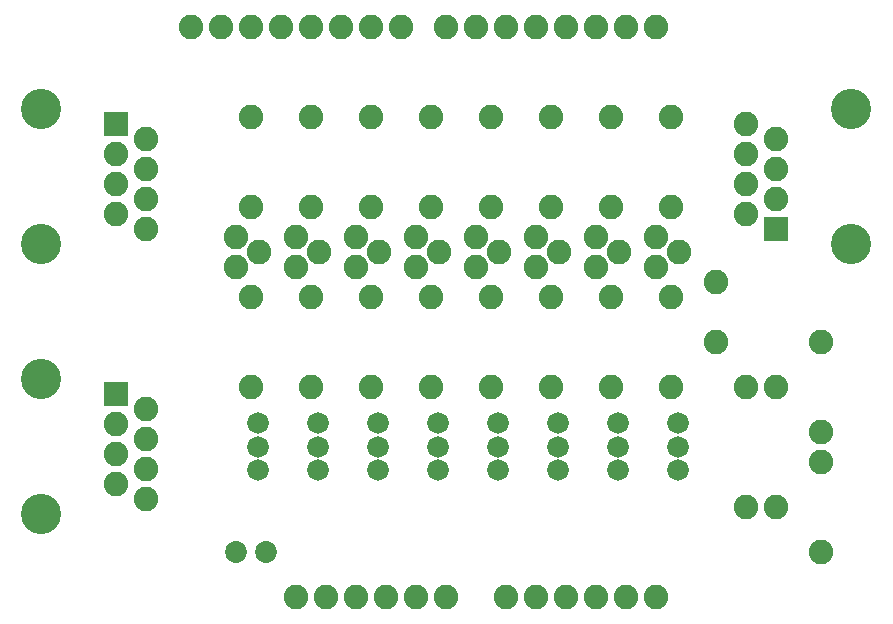
<source format=gbs>
G75*
G70*
%OFA0B0*%
%FSLAX24Y24*%
%IPPOS*%
%LPD*%
%AMOC8*
5,1,8,0,0,1.08239X$1,22.5*
%
%ADD10C,0.0820*%
%ADD11R,0.0820X0.0820*%
%ADD12C,0.1340*%
%ADD13C,0.0720*%
%ADD14C,0.0730*%
D10*
X009752Y004910D03*
X010752Y004410D03*
X010752Y005410D03*
X009752Y005910D03*
X010752Y006410D03*
X009752Y006910D03*
X010752Y007410D03*
X014252Y008160D03*
X016252Y008160D03*
X018252Y008160D03*
X020252Y008160D03*
X022252Y008160D03*
X024252Y008160D03*
X026252Y008160D03*
X028252Y008160D03*
X030752Y008160D03*
X031752Y008160D03*
X033252Y006660D03*
X033252Y005660D03*
X031752Y004160D03*
X030752Y004160D03*
X033252Y002660D03*
X027752Y001160D03*
X026752Y001160D03*
X025752Y001160D03*
X024752Y001160D03*
X023752Y001160D03*
X022752Y001160D03*
X020752Y001160D03*
X019752Y001160D03*
X018752Y001160D03*
X017752Y001160D03*
X016752Y001160D03*
X015752Y001160D03*
X029752Y009660D03*
X028252Y011160D03*
X029752Y011660D03*
X028502Y012660D03*
X027752Y012160D03*
X026502Y012660D03*
X025752Y012160D03*
X024502Y012660D03*
X023752Y012160D03*
X022502Y012660D03*
X021752Y012160D03*
X020502Y012660D03*
X019752Y012160D03*
X019752Y013160D03*
X018502Y012660D03*
X017752Y012160D03*
X016502Y012660D03*
X015752Y012160D03*
X014502Y012660D03*
X013752Y012160D03*
X013752Y013160D03*
X014252Y014160D03*
X015752Y013160D03*
X016252Y014160D03*
X017752Y013160D03*
X018252Y014160D03*
X020252Y014160D03*
X021752Y013160D03*
X022252Y014160D03*
X023752Y013160D03*
X024252Y014160D03*
X025752Y013160D03*
X026252Y014160D03*
X027752Y013160D03*
X028252Y014160D03*
X030752Y013910D03*
X031752Y014410D03*
X030752Y014910D03*
X031752Y015410D03*
X030752Y015910D03*
X031752Y016410D03*
X030752Y016910D03*
X028252Y017160D03*
X026252Y017160D03*
X024252Y017160D03*
X022252Y017160D03*
X020252Y017160D03*
X018252Y017160D03*
X016252Y017160D03*
X014252Y017160D03*
X010752Y016410D03*
X009752Y015910D03*
X010752Y015410D03*
X009752Y014910D03*
X010752Y014410D03*
X009752Y013910D03*
X010752Y013410D03*
X014252Y011160D03*
X016252Y011160D03*
X018252Y011160D03*
X020252Y011160D03*
X022252Y011160D03*
X024252Y011160D03*
X026252Y011160D03*
X033252Y009660D03*
X027752Y020160D03*
X026752Y020160D03*
X025752Y020160D03*
X024752Y020160D03*
X023752Y020160D03*
X022752Y020160D03*
X021752Y020160D03*
X020752Y020160D03*
X019252Y020160D03*
X018252Y020160D03*
X017252Y020160D03*
X016252Y020160D03*
X015252Y020160D03*
X014252Y020160D03*
X013252Y020160D03*
X012252Y020160D03*
D11*
X009752Y016910D03*
X009752Y007910D03*
X031752Y013410D03*
D12*
X007252Y003910D03*
X007252Y008410D03*
X007252Y012910D03*
X007252Y017410D03*
X034252Y017410D03*
X034252Y012910D03*
D13*
X028469Y006947D03*
X028469Y006160D03*
X028469Y005373D03*
X026469Y005373D03*
X026469Y006160D03*
X026469Y006947D03*
X024469Y006947D03*
X024469Y006160D03*
X024469Y005373D03*
X022469Y005373D03*
X022469Y006160D03*
X022469Y006947D03*
X020469Y006947D03*
X020469Y006160D03*
X020469Y005373D03*
X018469Y005373D03*
X018469Y006160D03*
X018469Y006947D03*
X016469Y006947D03*
X016469Y006160D03*
X016469Y005373D03*
X014469Y005373D03*
X014469Y006160D03*
X014469Y006947D03*
D14*
X014752Y002660D03*
X013752Y002660D03*
M02*

</source>
